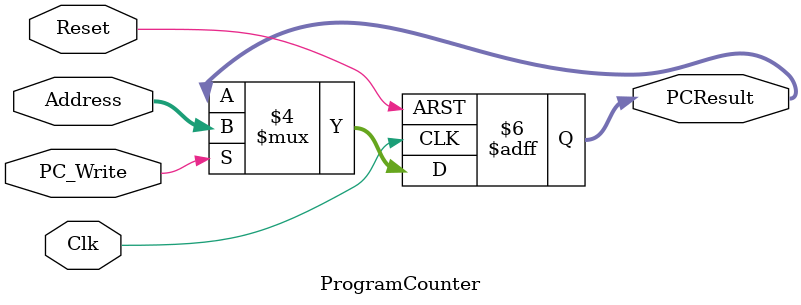
<source format=v>
`timescale 1ns / 1ps

module ProgramCounter(Address, PCResult, Reset, Clk, PC_Write);

	input [31:0] Address;
	input Reset, Clk, PC_Write;
	output reg [31:0] PCResult;
    
    initial 
    begin
        PCResult <= 32'b0;
    end
    
    always @(posedge Clk or posedge Reset) begin         
        if (Reset==1)
             PCResult <= 32'b0;
        else
            if (PC_Write) begin
                PCResult <= Address; 
            end   
    end

endmodule

</source>
